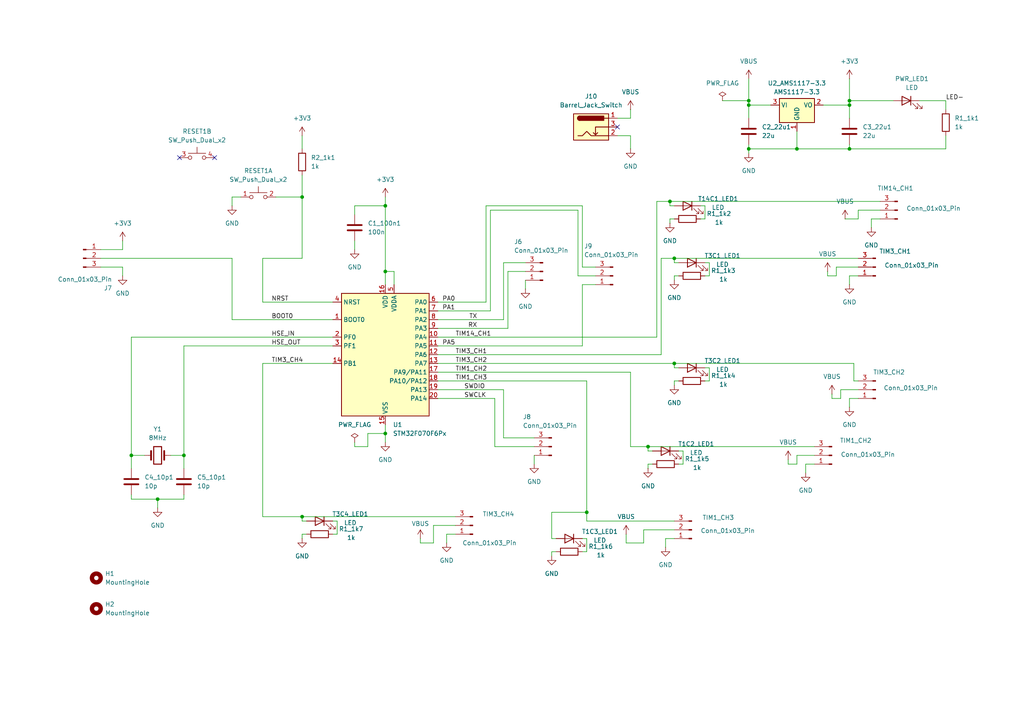
<source format=kicad_sch>
(kicad_sch (version 20231120) (generator "eeschema") (generator_version "8.0")
  (paper "A4")
  (title_block (title "STM32F070F6Px Breakout") (date "2024-11-11"))
  (lib_symbols
    (symbol "Connector:Barrel_Jack_Switch" (pin_names hide)
      (property "Reference" "J" (at 0 5.334 0))
      (property "Value" "Barrel_Jack_Switch" (at 0 -5.08 0))
      (symbol "Barrel_Jack_Switch_0_1"
        (rectangle (start -5.08 3.81) (end 5.08 -3.81) (stroke (width 0.254)) (fill (type background)))
        (arc (start -3.302 3.175) (mid -3.9343 2.54) (end -3.302 1.905) (stroke (width 0.254)))
        (arc (start -3.302 3.175) (mid -3.9343 2.54) (end -3.302 1.905) (stroke (width 0.254)) (fill (type outline)))
        (polyline (pts (xy 1.27 -2.286) (xy 1.905 -1.651)) (stroke (width 0.254)))
        (polyline (pts (xy 5.08 2.54) (xy 3.81 2.54)) (stroke (width 0.254)))
        (polyline (pts (xy 5.08 0) (xy 1.27 0) (xy 1.27 -2.286) (xy 0.635 -1.651)) (stroke (width 0.254)))
        (polyline (pts (xy -3.81 -2.54) (xy -2.54 -2.54) (xy -1.27 -1.27) (xy 0 -2.54) (xy 2.54 -2.54) (xy 5.08 -2.54)) (stroke (width 0.254)))
        (rectangle (start 3.683 3.175) (end -3.302 1.905) (stroke (width 0.254)) (fill (type outline)))
      )
      (symbol "Barrel_Jack_Switch_1_1"
        (pin passive line (at 7.62 2.54 180) (length 2.54) (name "~") (number "1"))
        (pin passive line (at 7.62 -2.54 180) (length 2.54) (name "~") (number "2"))
        (pin passive line (at 7.62 0 180) (length 2.54) (name "~") (number "3"))
      )
    )
    (symbol "Connector:Conn_01x03_Pin" (pin_names (offset 1.016) hide)
      (property "Reference" "J" (at 0 5.08 0))
      (property "Value" "Conn_01x03_Pin" (at 0 -5.08 0))
      (symbol "Conn_01x03_Pin_1_1"
        (polyline (pts (xy 1.27 -2.54) (xy 0.8636 -2.54)) (stroke (width 0.1524)))
        (polyline (pts (xy 1.27 0) (xy 0.8636 0)) (stroke (width 0.1524)))
        (polyline (pts (xy 1.27 2.54) (xy 0.8636 2.54)) (stroke (width 0.1524)))
        (rectangle (start 0.8636 -2.413) (end 0 -2.667) (stroke (width 0.1524)) (fill (type outline)))
        (rectangle (start 0.8636 0.127) (end 0 -0.127) (stroke (width 0.1524)) (fill (type outline)))
        (rectangle (start 0.8636 2.667) (end 0 2.413) (stroke (width 0.1524)) (fill (type outline)))
        (pin passive line (at 5.08 2.54 180) (length 3.81) (name "Pin_1") (number "1"))
        (pin passive line (at 5.08 0 180) (length 3.81) (name "Pin_2") (number "2"))
        (pin passive line (at 5.08 -2.54 180) (length 3.81) (name "Pin_3") (number "3"))
      )
    )
    (symbol "Device:C" (pin_numbers hide) (pin_names (offset 0.254))
      (property "Reference" "C" (at 0.635 2.54 0))
      (property "Value" "C" (at 0.635 -2.54 0))
      (symbol "C_0_1"
        (polyline (pts (xy -2.032 -0.762) (xy 2.032 -0.762)) (stroke (width 0.508)))
        (polyline (pts (xy -2.032 0.762) (xy 2.032 0.762)) (stroke (width 0.508)))
      )
      (symbol "C_1_1"
        (pin passive line (at 0 3.81 270) (length 2.794) (name "~") (number "1"))
        (pin passive line (at 0 -3.81 90) (length 2.794) (name "~") (number "2"))
      )
    )
    (symbol "Device:Crystal" (pin_numbers hide) (pin_names (offset 1.016) hide)
      (property "Reference" "Y" (at 0 3.81 0))
      (property "Value" "Crystal" (at 0 -3.81 0))
      (symbol "Crystal_0_1"
        (rectangle (start -1.143 2.54) (end 1.143 -2.54) (stroke (width 0.3048)))
        (polyline (pts (xy -2.54 0) (xy -1.905 0)))
        (polyline (pts (xy -1.905 -1.27) (xy -1.905 1.27)) (stroke (width 0.508)))
        (polyline (pts (xy 1.905 -1.27) (xy 1.905 1.27)) (stroke (width 0.508)))
        (polyline (pts (xy 2.54 0) (xy 1.905 0)))
      )
      (symbol "Crystal_1_1"
        (pin passive line (at -3.81 0 0) (length 1.27) (name "1") (number "1"))
        (pin passive line (at 3.81 0 180) (length 1.27) (name "2") (number "2"))
      )
    )
    (symbol "Device:LED" (pin_numbers hide) (pin_names (offset 1.016) hide)
      (property "Reference" "D" (at 0 2.54 0))
      (property "Value" "LED" (at 0 -2.54 0))
      (symbol "LED_0_1"
        (polyline (pts (xy -1.27 -1.27) (xy -1.27 1.27)) (stroke (width 0.254)))
        (polyline (pts (xy -1.27 0) (xy 1.27 0)))
        (polyline (pts (xy 1.27 -1.27) (xy 1.27 1.27) (xy -1.27 0) (xy 1.27 -1.27)) (stroke (width 0.254)))
        (polyline (pts (xy -3.048 -0.762) (xy -4.572 -2.286) (xy -3.81 -2.286) (xy -4.572 -2.286) (xy -4.572 -1.524)))
        (polyline (pts (xy -1.778 -0.762) (xy -3.302 -2.286) (xy -2.54 -2.286) (xy -3.302 -2.286) (xy -3.302 -1.524)))
      )
      (symbol "LED_1_1"
        (pin passive line (at -3.81 0 0) (length 2.54) (name "K") (number "1"))
        (pin passive line (at 3.81 0 180) (length 2.54) (name "A") (number "2"))
      )
    )
    (symbol "Device:R" (pin_numbers hide) (pin_names (offset 0))
      (property "Reference" "R" (at 2.032 0 90))
      (property "Value" "R" (at 0 0 90))
      (symbol "R_0_1"
        (rectangle (start -1.016 -2.54) (end 1.016 2.54) (stroke (width 0.254)))
      )
      (symbol "R_1_1"
        (pin passive line (at 0 3.81 270) (length 1.27) (name "~") (number "1"))
        (pin passive line (at 0 -3.81 90) (length 1.27) (name "~") (number "2"))
      )
    )
    (symbol "MCU_ST_STM32F0:STM32F070F6Px"
      (property "Reference" "U" (at -12.7 19.05 0))
      (property "Value" "STM32F070F6Px" (at 5.08 19.05 0))
      (symbol "STM32F070F6Px_0_1"
        (rectangle (start -12.7 -17.78) (end 12.7 17.78) (stroke (width 0.254)) (fill (type background)))
      )
      (symbol "STM32F070F6Px_1_1"
        (pin input line (at -15.24 10.16 0) (length 2.54) (name "BOOT0") (number "1"))
        (pin bidirectional line (at 15.24 5.08 180) (length 2.54) (name "PA4") (number "10"))
        (pin bidirectional line (at 15.24 2.54 180) (length 2.54) (name "PA5") (number "11"))
        (pin bidirectional line (at 15.24 0 180) (length 2.54) (name "PA6") (number "12"))
        (pin bidirectional line (at 15.24 -2.54 180) (length 2.54) (name "PA7") (number "13"))
        (pin bidirectional line (at -15.24 -2.54 0) (length 2.54) (name "PB1") (number "14"))
        (pin power_in line (at 0 -20.32 90) (length 2.54) (name "VSS") (number "15"))
        (pin power_in line (at 0 20.32 270) (length 2.54) (name "VDD") (number "16"))
        (pin bidirectional line (at 15.24 -5.08 180) (length 2.54) (name "PA9/PA11") (number "17"))
        (pin bidirectional line (at 15.24 -7.62 180) (length 2.54) (name "PA10/PA12") (number "18"))
        (pin bidirectional line (at 15.24 -10.16 180) (length 2.54) (name "PA13") (number "19"))
        (pin bidirectional line (at -15.24 5.08 0) (length 2.54) (name "PF0") (number "2"))
        (pin bidirectional line (at 15.24 -12.7 180) (length 2.54) (name "PA14") (number "20"))
        (pin bidirectional line (at -15.24 2.54 0) (length 2.54) (name "PF1") (number "3"))
        (pin input line (at -15.24 15.24 0) (length 2.54) (name "NRST") (number "4"))
        (pin power_in line (at 2.54 20.32 270) (length 2.54) (name "VDDA") (number "5"))
        (pin bidirectional line (at 15.24 15.24 180) (length 2.54) (name "PA0") (number "6"))
        (pin bidirectional line (at 15.24 12.7 180) (length 2.54) (name "PA1") (number "7"))
        (pin bidirectional line (at 15.24 10.16 180) (length 2.54) (name "PA2") (number "8"))
        (pin bidirectional line (at 15.24 7.62 180) (length 2.54) (name "PA3") (number "9"))
      )
    )
    (symbol "Mechanical:MountingHole" (pin_names (offset 1.016)) (exclude_from_sim yes) (in_bom no)
      (property "Reference" "H" (at 0 5.08 0))
      (property "Value" "MountingHole" (at 0 3.175 0))
      (symbol "MountingHole_0_1"
        (circle (center 0 0) (radius 1.27) (stroke (width 1.27)))
      )
    )
    (symbol "Regulator_Linear:AMS1117-3.3"
      (property "Reference" "U" (at -3.81 3.175 0))
      (property "Value" "AMS1117-3.3" (at 0 3.175 0))
      (symbol "AMS1117-3.3_0_1"
        (rectangle (start -5.08 -5.08) (end 5.08 1.905) (stroke (width 0.254)) (fill (type background)))
      )
      (symbol "AMS1117-3.3_1_1"
        (pin power_in line (at 0 -7.62 90) (length 2.54) (name "GND") (number "1"))
        (pin power_out line (at 7.62 0 180) (length 2.54) (name "VO") (number "2"))
        (pin power_in line (at -7.62 0 0) (length 2.54) (name "VI") (number "3"))
      )
    )
    (symbol "Switch:SW_Push_Dual_x2" (pin_names (offset 1.016) hide)
      (property "Reference" "SW" (at 1.27 2.54 0))
      (property "Value" "SW_Push_Dual_x2" (at 0 -1.524 0))
      (symbol "SW_Push_Dual_x2_0_1"
        (circle (center -2.032 0) (radius 0.508))
        (polyline (pts (xy 0 1.27) (xy 0 3.048)))
        (polyline (pts (xy 2.54 1.27) (xy -2.54 1.27)))
        (circle (center 2.032 0) (radius 0.508))
      )
      (symbol "SW_Push_Dual_x2_1_1"
        (pin passive line (at -5.08 0 0) (length 2.54) (name "C") (number "1"))
        (pin passive line (at 5.08 0 180) (length 2.54) (name "D") (number "2"))
      )
      (symbol "SW_Push_Dual_x2_2_1"
        (pin passive line (at -5.08 0 0) (length 2.54) (name "C") (number "3"))
        (pin passive line (at 5.08 0 180) (length 2.54) (name "D") (number "4"))
      )
    )
    (symbol "power:+3V3" (power) (pin_numbers hide) (pin_names (offset 0) hide)
      (property "Value" "+3V3" (at 0 3.556 0))
      (symbol "+3V3_0_1"
        (polyline (pts (xy -0.762 1.27) (xy 0 2.54)))
        (polyline (pts (xy 0 0) (xy 0 2.54)))
        (polyline (pts (xy 0 2.54) (xy 0.762 1.27)))
      )
      (symbol "+3V3_1_1"
        (pin power_in line (at 0 0 90) (length 0) (name "~") (number "1"))
      )
    )
    (symbol "power:GND" (power) (pin_numbers hide) (pin_names (offset 0) hide)
      (property "Value" "GND" (at 0 -3.81 0))
      (symbol "GND_0_1"
        (polyline (pts (xy 0 0) (xy 0 -1.27) (xy 1.27 -1.27) (xy 0 -2.54) (xy -1.27 -1.27) (xy 0 -1.27)))
      )
      (symbol "GND_1_1"
        (pin power_in line (at 0 0 270) (length 0) (name "~") (number "1"))
      )
    )
    (symbol "power:PWR_FLAG" (power) (pin_numbers hide) (pin_names (offset 0) hide)
      (property "Value" "PWR_FLAG" (at 0 3.81 0))
      (symbol "PWR_FLAG_0_0"
        (pin power_out line (at 0 0 90) (length 0) (name "~") (number "1"))
      )
      (symbol "PWR_FLAG_0_1"
        (polyline (pts (xy 0 0) (xy 0 1.27) (xy -1.016 1.905) (xy 0 2.54) (xy 1.016 1.905) (xy 0 1.27)))
      )
    )
    (symbol "power:VBUS" (power) (pin_numbers hide) (pin_names (offset 0) hide)
      (property "Value" "VBUS" (at 0 3.556 0))
      (symbol "VBUS_0_1"
        (polyline (pts (xy -0.762 1.27) (xy 0 2.54)))
        (polyline (pts (xy 0 0) (xy 0 2.54)))
        (polyline (pts (xy 0 2.54) (xy 0.762 1.27)))
      )
      (symbol "VBUS_1_1"
        (pin power_in line (at 0 0 90) (length 0) (name "~") (number "1"))
      )
    )
  )
  (junction (at 194.31 58.42))
  (junction (at 195.58 105.41))
  (junction (at 246.38 30.48))
  (junction (at 45.72 144.78))
  (junction (at 111.76 59.69))
  (junction (at 217.17 30.48))
  (junction (at 87.63 57.15))
  (junction (at 38.1 132.08))
  (junction (at 53.34 132.08))
  (junction (at 217.17 29.21))
  (junction (at 187.96 129.54))
  (junction (at 111.76 78.74))
  (junction (at 87.63 149.86))
  (junction (at 170.18 148.59))
  (junction (at 231.14 43.18))
  (junction (at 246.38 43.18))
  (junction (at 111.76 125.73))
  (junction (at 246.38 29.21))
  (junction (at 195.58 74.93))
  (junction (at 217.17 43.18))
  (no_connect (at 62.23 45.72))
  (no_connect (at 179.07 36.83))
  (no_connect (at 52.07 45.72))
  (wire (pts (xy 53.34 100.33) (xy 96.52 100.33)))
  (wire (pts (xy 170.18 151.13) (xy 195.58 151.13)))
  (wire (pts (xy 127 113.03) (xy 146.05 113.03)))
  (wire (pts (xy 35.56 77.47) (xy 35.56 80.01)))
  (wire (pts (xy 203.2 63.5) (xy 204.47 63.5)))
  (wire (pts (xy 181.61 154.94) (xy 181.61 157.48)))
  (wire (pts (xy 182.88 31.75) (xy 182.88 34.29)))
  (wire (pts (xy 243.84 113.03) (xy 248.92 113.03)))
  (wire (pts (xy 274.32 43.18) (xy 246.38 43.18)))
  (wire (pts (xy 195.58 59.69) (xy 194.31 59.69)))
  (wire (pts (xy 168.91 100.33) (xy 168.91 82.55)))
  (wire (pts (xy 67.31 74.93) (xy 67.31 92.71)))
  (wire (pts (xy 217.17 30.48) (xy 217.17 34.29)))
  (wire (pts (xy 67.31 92.71) (xy 96.52 92.71)))
  (wire (pts (xy 146.05 92.71) (xy 127 92.71)))
  (wire (pts (xy 198.12 130.81) (xy 198.12 134.62)))
  (wire (pts (xy 146.05 127) (xy 154.94 127)))
  (wire (pts (xy 160.02 148.59) (xy 170.18 148.59)))
  (wire (pts (xy 45.72 144.78) (xy 53.34 144.78)))
  (wire (pts (xy 196.85 106.68) (xy 195.58 106.68)))
  (wire (pts (xy 195.58 80.01) (xy 195.58 81.28)))
  (wire (pts (xy 190.5 58.42) (xy 190.5 97.79)))
  (wire (pts (xy 111.76 57.15) (xy 111.76 59.69)))
  (wire (pts (xy 248.92 60.96) (xy 248.92 63.5)))
  (wire (pts (xy 241.3 114.3) (xy 241.3 115.57)))
  (wire (pts (xy 204.47 110.49) (xy 205.74 110.49)))
  (wire (pts (xy 146.05 76.2) (xy 152.4 76.2)))
  (wire (pts (xy 146.05 113.03) (xy 146.05 127)))
  (wire (pts (xy 35.56 72.39) (xy 29.21 72.39)))
  (wire (pts (xy 248.92 63.5) (xy 245.11 63.5)))
  (wire (pts (xy 69.85 57.15) (xy 67.31 57.15)))
  (wire (pts (xy 191.77 102.87) (xy 127 102.87)))
  (wire (pts (xy 161.29 156.21) (xy 160.02 156.21)))
  (wire (pts (xy 76.2 87.63) (xy 76.2 74.93)))
  (wire (pts (xy 45.72 144.78) (xy 45.72 147.32)))
  (wire (pts (xy 111.76 78.74) (xy 111.76 82.55)))
  (wire (pts (xy 87.63 149.86) (xy 132.08 149.86)))
  (wire (pts (xy 246.38 30.48) (xy 238.76 30.48)))
  (wire (pts (xy 147.32 78.74) (xy 152.4 78.74)))
  (wire (pts (xy 111.76 59.69) (xy 111.76 78.74)))
  (wire (pts (xy 106.68 125.73) (xy 111.76 125.73)))
  (wire (pts (xy 193.04 156.21) (xy 193.04 158.75)))
  (wire (pts (xy 76.2 105.41) (xy 76.2 149.86)))
  (wire (pts (xy 87.63 50.8) (xy 87.63 57.15)))
  (wire (pts (xy 247.65 110.49) (xy 248.92 110.49)))
  (wire (pts (xy 252.73 63.5) (xy 252.73 66.04)))
  (wire (pts (xy 111.76 123.19) (xy 111.76 125.73)))
  (wire (pts (xy 35.56 69.85) (xy 35.56 72.39)))
  (wire (pts (xy 209.55 29.21) (xy 217.17 29.21)))
  (wire (pts (xy 160.02 160.02) (xy 160.02 161.29)))
  (wire (pts (xy 233.68 134.62) (xy 233.68 137.16)))
  (wire (pts (xy 38.1 97.79) (xy 96.52 97.79)))
  (wire (pts (xy 187.96 129.54) (xy 236.22 129.54)))
  (wire (pts (xy 146.05 76.2) (xy 146.05 92.71)))
  (wire (pts (xy 87.63 57.15) (xy 80.01 57.15)))
  (wire (pts (xy 248.92 115.57) (xy 246.38 115.57)))
  (wire (pts (xy 127 100.33) (xy 168.91 100.33)))
  (wire (pts (xy 255.27 63.5) (xy 252.73 63.5)))
  (wire (pts (xy 161.29 160.02) (xy 160.02 160.02)))
  (wire (pts (xy 182.88 107.95) (xy 182.88 129.54)))
  (wire (pts (xy 38.1 97.79) (xy 38.1 132.08)))
  (wire (pts (xy 203.2 59.69) (xy 204.47 59.69)))
  (wire (pts (xy 217.17 22.86) (xy 217.17 29.21)))
  (wire (pts (xy 217.17 29.21) (xy 217.17 30.48)))
  (wire (pts (xy 182.88 39.37) (xy 182.88 43.18)))
  (wire (pts (xy 194.31 63.5) (xy 194.31 64.77)))
  (wire (pts (xy 187.96 129.54) (xy 187.96 130.81)))
  (wire (pts (xy 243.84 115.57) (xy 243.84 113.03)))
  (wire (pts (xy 168.91 160.02) (xy 170.18 160.02)))
  (wire (pts (xy 154.94 132.08) (xy 154.94 134.62)))
  (wire (pts (xy 195.58 74.93) (xy 248.92 74.93)))
  (wire (pts (xy 195.58 156.21) (xy 193.04 156.21)))
  (wire (pts (xy 179.07 39.37) (xy 182.88 39.37)))
  (wire (pts (xy 97.79 151.13) (xy 97.79 154.94)))
  (wire (pts (xy 127 110.49) (xy 170.18 110.49)))
  (wire (pts (xy 132.08 154.94) (xy 129.54 154.94)))
  (wire (pts (xy 167.64 80.01) (xy 172.72 80.01)))
  (wire (pts (xy 125.73 157.48) (xy 121.92 157.48)))
  (wire (pts (xy 274.32 29.21) (xy 274.32 31.75)))
  (wire (pts (xy 53.34 144.78) (xy 53.34 143.51)))
  (wire (pts (xy 53.34 100.33) (xy 53.34 132.08)))
  (wire (pts (xy 143.51 129.54) (xy 154.94 129.54)))
  (wire (pts (xy 194.31 58.42) (xy 255.27 58.42)))
  (wire (pts (xy 182.88 129.54) (xy 187.96 129.54)))
  (wire (pts (xy 194.31 58.42) (xy 194.31 59.69)))
  (wire (pts (xy 127 107.95) (xy 182.88 107.95)))
  (wire (pts (xy 127 90.17) (xy 142.24 90.17)))
  (wire (pts (xy 191.77 74.93) (xy 195.58 74.93)))
  (wire (pts (xy 205.74 106.68) (xy 205.74 110.49)))
  (wire (pts (xy 132.08 152.4) (xy 125.73 152.4)))
  (wire (pts (xy 247.65 105.41) (xy 195.58 105.41)))
  (wire (pts (xy 143.51 115.57) (xy 143.51 129.54)))
  (wire (pts (xy 29.21 74.93) (xy 67.31 74.93)))
  (wire (pts (xy 246.38 34.29) (xy 246.38 30.48)))
  (wire (pts (xy 87.63 154.94) (xy 87.63 156.21)))
  (wire (pts (xy 170.18 148.59) (xy 170.18 151.13)))
  (wire (pts (xy 228.6 133.35) (xy 228.6 134.62)))
  (wire (pts (xy 204.47 106.68) (xy 205.74 106.68)))
  (wire (pts (xy 195.58 63.5) (xy 194.31 63.5)))
  (wire (pts (xy 195.58 110.49) (xy 195.58 111.76)))
  (wire (pts (xy 88.9 151.13) (xy 87.63 151.13)))
  (wire (pts (xy 102.87 69.85) (xy 102.87 72.39)))
  (wire (pts (xy 67.31 57.15) (xy 67.31 59.69)))
  (wire (pts (xy 266.7 29.21) (xy 274.32 29.21)))
  (wire (pts (xy 187.96 134.62) (xy 187.96 135.89)))
  (wire (pts (xy 76.2 74.93) (xy 87.63 74.93)))
  (wire (pts (xy 217.17 43.18) (xy 217.17 44.45)))
  (wire (pts (xy 190.5 58.42) (xy 194.31 58.42)))
  (wire (pts (xy 217.17 41.91) (xy 217.17 43.18)))
  (wire (pts (xy 168.91 77.47) (xy 172.72 77.47)))
  (wire (pts (xy 168.91 82.55) (xy 172.72 82.55)))
  (wire (pts (xy 231.14 132.08) (xy 231.14 134.62)))
  (wire (pts (xy 196.85 110.49) (xy 195.58 110.49)))
  (wire (pts (xy 125.73 152.4) (xy 125.73 157.48)))
  (wire (pts (xy 236.22 132.08) (xy 231.14 132.08)))
  (wire (pts (xy 189.23 134.62) (xy 187.96 134.62)))
  (wire (pts (xy 189.23 130.81) (xy 187.96 130.81)))
  (wire (pts (xy 170.18 110.49) (xy 170.18 148.59)))
  (wire (pts (xy 152.4 81.28) (xy 152.4 83.82)))
  (wire (pts (xy 127 87.63) (xy 140.97 87.63)))
  (wire (pts (xy 248.92 80.01) (xy 246.38 80.01)))
  (wire (pts (xy 38.1 144.78) (xy 45.72 144.78)))
  (wire (pts (xy 102.87 129.54) (xy 106.68 129.54)))
  (wire (pts (xy 142.24 90.17) (xy 142.24 60.96)))
  (wire (pts (xy 38.1 132.08) (xy 38.1 135.89)))
  (wire (pts (xy 196.85 130.81) (xy 198.12 130.81)))
  (wire (pts (xy 240.03 80.01) (xy 242.57 80.01)))
  (wire (pts (xy 129.54 154.94) (xy 129.54 157.48)))
  (wire (pts (xy 87.63 149.86) (xy 87.63 151.13)))
  (wire (pts (xy 102.87 128.27) (xy 102.87 129.54)))
  (wire (pts (xy 195.58 74.93) (xy 195.58 76.2)))
  (wire (pts (xy 246.38 29.21) (xy 246.38 30.48)))
  (wire (pts (xy 217.17 43.18) (xy 231.14 43.18)))
  (wire (pts (xy 102.87 62.23) (xy 102.87 59.69)))
  (wire (pts (xy 87.63 39.37) (xy 87.63 43.18)))
  (wire (pts (xy 182.88 34.29) (xy 179.07 34.29)))
  (wire (pts (xy 76.2 87.63) (xy 96.52 87.63)))
  (wire (pts (xy 186.69 153.67) (xy 195.58 153.67)))
  (wire (pts (xy 127 97.79) (xy 190.5 97.79)))
  (wire (pts (xy 246.38 22.86) (xy 246.38 29.21)))
  (wire (pts (xy 38.1 143.51) (xy 38.1 144.78)))
  (wire (pts (xy 106.68 129.54) (xy 106.68 125.73)))
  (wire (pts (xy 274.32 39.37) (xy 274.32 43.18)))
  (wire (pts (xy 231.14 38.1) (xy 231.14 43.18)))
  (wire (pts (xy 29.21 77.47) (xy 35.56 77.47)))
  (wire (pts (xy 246.38 43.18) (xy 246.38 41.91)))
  (wire (pts (xy 87.63 74.93) (xy 87.63 57.15)))
  (wire (pts (xy 76.2 149.86) (xy 87.63 149.86)))
  (wire (pts (xy 147.32 95.25) (xy 127 95.25)))
  (wire (pts (xy 196.85 76.2) (xy 195.58 76.2)))
  (wire (pts (xy 96.52 154.94) (xy 97.79 154.94)))
  (wire (pts (xy 160.02 148.59) (xy 160.02 156.21)))
  (wire (pts (xy 167.64 60.96) (xy 167.64 80.01)))
  (wire (pts (xy 246.38 80.01) (xy 246.38 82.55)))
  (wire (pts (xy 142.24 60.96) (xy 167.64 60.96)))
  (wire (pts (xy 247.65 105.41) (xy 247.65 110.49)))
  (wire (pts (xy 102.87 59.69) (xy 111.76 59.69)))
  (wire (pts (xy 195.58 105.41) (xy 127 105.41)))
  (wire (pts (xy 191.77 74.93) (xy 191.77 102.87)))
  (wire (pts (xy 231.14 134.62) (xy 228.6 134.62)))
  (wire (pts (xy 204.47 80.01) (xy 205.74 80.01)))
  (wire (pts (xy 88.9 154.94) (xy 87.63 154.94)))
  (wire (pts (xy 246.38 29.21) (xy 259.08 29.21)))
  (wire (pts (xy 217.17 30.48) (xy 223.52 30.48)))
  (wire (pts (xy 196.85 134.62) (xy 198.12 134.62)))
  (wire (pts (xy 186.69 157.48) (xy 186.69 153.67)))
  (wire (pts (xy 127 115.57) (xy 143.51 115.57)))
  (wire (pts (xy 121.92 157.48) (xy 121.92 156.21)))
  (wire (pts (xy 195.58 105.41) (xy 195.58 106.68)))
  (wire (pts (xy 196.85 80.01) (xy 195.58 80.01)))
  (wire (pts (xy 147.32 78.74) (xy 147.32 95.25)))
  (wire (pts (xy 168.91 59.69) (xy 168.91 77.47)))
  (wire (pts (xy 111.76 125.73) (xy 111.76 128.27)))
  (wire (pts (xy 240.03 80.01) (xy 240.03 78.74)))
  (wire (pts (xy 114.3 78.74) (xy 111.76 78.74)))
  (wire (pts (xy 41.91 132.08) (xy 38.1 132.08)))
  (wire (pts (xy 204.47 59.69) (xy 204.47 63.5)))
  (wire (pts (xy 242.57 80.01) (xy 242.57 77.47)))
  (wire (pts (xy 140.97 59.69) (xy 168.91 59.69)))
  (wire (pts (xy 140.97 87.63) (xy 140.97 59.69)))
  (wire (pts (xy 53.34 132.08) (xy 53.34 135.89)))
  (wire (pts (xy 255.27 60.96) (xy 248.92 60.96)))
  (wire (pts (xy 231.14 43.18) (xy 246.38 43.18)))
  (wire (pts (xy 242.57 77.47) (xy 248.92 77.47)))
  (wire (pts (xy 114.3 82.55) (xy 114.3 78.74)))
  (wire (pts (xy 205.74 76.2) (xy 205.74 80.01)))
  (wire (pts (xy 236.22 134.62) (xy 233.68 134.62)))
  (wire (pts (xy 168.91 156.21) (xy 170.18 156.21)))
  (wire (pts (xy 241.3 115.57) (xy 243.84 115.57)))
  (wire (pts (xy 204.47 76.2) (xy 205.74 76.2)))
  (wire (pts (xy 76.2 105.41) (xy 96.52 105.41)))
  (wire (pts (xy 170.18 156.21) (xy 170.18 160.02)))
  (wire (pts (xy 49.53 132.08) (xy 53.34 132.08)))
  (wire (pts (xy 246.38 115.57) (xy 246.38 118.11)))
  (wire (pts (xy 96.52 151.13) (xy 97.79 151.13)))
  (wire (pts (xy 181.61 157.48) (xy 186.69 157.48)))
  (label "TIM3_CH2" (at 132.08 105.41 0))
  (label "PA1" (at 128.27 90.17 0))
  (label "TIM3_CH1" (at 132.08 102.87 0))
  (label "LED-" (at 274.32 29.21 0))
  (label "TIM14_CH1" (at 132.08 97.79 0))
  (label "HSE_OUT" (at 78.74 100.33 0))
  (label "TIM1_CH3" (at 132.08 110.49 0))
  (label "BOOT0" (at 78.74 92.71 0))
  (label "RX" (at 138.43 95.25 180))
  (label "TIM1_CH2" (at 132.08 107.95 0))
  (label "NRST" (at 78.74 87.63 0))
  (label "SWDIO" (at 134.62 113.03 0))
  (label "SWCLK" (at 134.62 115.57 0))
  (label "HSE_IN" (at 78.74 97.79 0))
  (label "TIM3_CH4" (at 78.74 105.41 0))
  (label "TX" (at 138.43 92.71 180))
  (label "PA0" (at 128.27 87.63 0))
  (label "PA5" (at 128.27 100.33 0))
  (symbol (lib_id "power:VBUS") (at 121.92 156.21 0) (unit 1)
    (property "Reference" "#PWR018" (effects (hide yes)))
    (property "Value" "VBUS" (at 121.92 151.892 0))
    (property "Description" "Power symbol creates a global label with name \"VBUS\"" (effects (hide yes)))
  )
  (symbol (lib_id "Switch:SW_Push_Dual_x2") (at 74.93 57.15 0) (unit 1)
    (property "Reference" "RESET1" (at 74.93 49.53 0))
    (property "Value" "SW_Push_Dual_x2" (at 74.93 52.07 0))
    (property "Footprint" "Button_Switch_THT:SW_PUSH_6mm" (effects (hide yes)))
    (property "Description" "Push button switch, generic, separate symbols, four pins" (effects (hide yes)))
  )
  (symbol (lib_id "power:VBUS") (at 245.11 63.5 0) (unit 1)
    (property "Reference" "#PWR026" (effects (hide yes)))
    (property "Value" "VBUS" (at 245.11 58.42 0))
    (property "Description" "Power symbol creates a global label with name \"VBUS\"" (effects (hide yes)))
  )
  (symbol (lib_id "Device:LED") (at 193.04 130.81 0) (mirror y) (unit 1)
    (property "Reference" "T1C2_LED1" (at 201.93 128.778 0))
    (property "Value" "LED" (at 201.93 131.318 0))
    (property "Footprint" "LED_SMD:LED_1206_3216Metric_Pad1.42x1.75mm_HandSolder" (effects (hide yes)))
    (property "Description" "Light emitting diode" (effects (hide yes)))
  )
  (symbol (lib_id "Device:LED") (at 200.66 76.2 0) (mirror y) (unit 1)
    (property "Reference" "T3C1_LED1" (at 209.55 74.168 0))
    (property "Value" "LED" (at 209.55 76.708 0))
    (property "Footprint" "LED_SMD:LED_1206_3216Metric_Pad1.42x1.75mm_HandSolder" (effects (hide yes)))
    (property "Description" "Light emitting diode" (effects (hide yes)))
  )
  (symbol (lib_id "Device:C") (at 246.38 38.1 0) (unit 1)
    (property "Reference" "C3_22u1" (at 250.19 36.8299 0) (effects (justify left)))
    (property "Value" "22u" (at 250.19 39.3699 0) (effects (justify left)))
    (property "Footprint" "Capacitor_SMD:C_1206_3216Metric_Pad1.33x1.80mm_HandSolder" (effects (hide yes)))
    (property "Description" "Unpolarized capacitor" (effects (hide yes)))
  )
  (symbol (lib_id "Connector:Conn_01x03_Pin") (at 137.16 152.4 180) (unit 1)
    (property "Reference" "TIM3_CH4" (at 139.954 149.098 0) (effects (justify right)))
    (property "Value" "Conn_01x03_Pin" (at 134.112 157.48 0) (effects (justify right)))
    (property "Footprint" "Connector_PinHeader_2.54mm:PinHeader_1x03_P2.54mm_Vertical" (effects (hide yes)))
    (property "Description" "Generic connector, single row, 01x03, script generated" (effects (hide yes)))
  )
  (symbol (lib_id "Device:R") (at 200.66 80.01 90) (unit 1)
    (property "Reference" "R1_1k3" (at 209.804 78.486 90))
    (property "Value" "1k" (at 209.804 81.026 90))
    (property "Footprint" "Resistor_SMD:R_1206_3216Metric_Pad1.30x1.75mm_HandSolder" (effects (hide yes)))
    (property "Description" "Resistor" (effects (hide yes)))
  )
  (symbol (lib_id "Device:R") (at 165.1 160.02 90) (unit 1)
    (property "Reference" "R1_1k6" (at 174.244 158.496 90))
    (property "Value" "1k" (at 174.244 161.036 90))
    (property "Footprint" "Resistor_SMD:R_1206_3216Metric_Pad1.30x1.75mm_HandSolder" (effects (hide yes)))
    (property "Description" "Resistor" (effects (hide yes)))
  )
  (symbol (lib_id "Device:C") (at 53.34 139.7 0) (unit 1)
    (property "Reference" "C5_10p1" (at 57.15 138.4299 0) (effects (justify left)))
    (property "Value" "10p" (at 57.15 140.9699 0) (effects (justify left)))
    (property "Footprint" "Capacitor_THT:C_Disc_D3.0mm_W1.6mm_P2.50mm" (effects (hide yes)))
    (property "Description" "Unpolarized capacitor" (effects (hide yes)))
  )
  (symbol (lib_id "Connector:Conn_01x03_Pin") (at 254 113.03 180) (unit 1)
    (property "Reference" "TIM3_CH2" (at 253.238 107.95 0) (effects (justify right)))
    (property "Value" "Conn_01x03_Pin" (at 256.286 112.522 0) (effects (justify right)))
    (property "Footprint" "Connector_PinHeader_2.54mm:PinHeader_1x03_P2.54mm_Vertical" (effects (hide yes)))
    (property "Description" "Generic connector, single row, 01x03, script generated" (effects (hide yes)))
  )
  (symbol (lib_id "power:GND") (at 195.58 81.28 0) (unit 1)
    (property "Reference" "#PWR029" (effects (hide yes)))
    (property "Value" "GND" (at 195.58 86.36 0))
    (property "Description" "Power symbol creates a global label with name \"GND\" , ground" (effects (hide yes)))
  )
  (symbol (lib_id "Mechanical:MountingHole") (at 27.94 176.53 0) (unit 1) (exclude_from_sim yes) (in_bom no)
    (property "Reference" "H2" (at 30.48 175.2599 0) (effects (justify left)))
    (property "Value" "MountingHole" (at 30.48 177.7999 0) (effects (justify left)))
    (property "Footprint" "MountingHole:MountingHole_3.2mm_M3" (effects (hide yes)))
    (property "Description" "Mounting Hole without connection" (effects (hide yes)))
  )
  (symbol (lib_id "Connector:Conn_01x03_Pin") (at 177.8 80.01 180) (unit 1)
    (property "Reference" "J9" (at 169.418 71.374 0) (effects (justify right)))
    (property "Value" "Conn_01x03_Pin" (at 169.418 73.914 0) (effects (justify right)))
    (property "Footprint" "Connector_PinHeader_2.54mm:PinHeader_1x03_P2.54mm_Vertical" (effects (hide yes)))
    (property "Description" "Generic connector, single row, 01x03, script generated" (effects (hide yes)))
  )
  (symbol (lib_id "Device:R") (at 199.39 63.5 90) (unit 1)
    (property "Reference" "R1_1k2" (at 208.534 61.976 90))
    (property "Value" "1k" (at 208.534 64.516 90))
    (property "Footprint" "Resistor_SMD:R_1206_3216Metric_Pad1.30x1.75mm_HandSolder" (effects (hide yes)))
    (property "Description" "Resistor" (effects (hide yes)))
  )
  (symbol (lib_id "Connector:Conn_01x03_Pin") (at 160.02 129.54 180) (unit 1)
    (property "Reference" "J8" (at 151.638 120.904 0) (effects (justify right)))
    (property "Value" "Conn_01x03_Pin" (at 151.638 123.444 0) (effects (justify right)))
    (property "Footprint" "Connector_PinHeader_2.54mm:PinHeader_1x03_P2.54mm_Vertical" (effects (hide yes)))
    (property "Description" "Generic connector, single row, 01x03, script generated" (effects (hide yes)))
  )
  (symbol (lib_id "power:VBUS") (at 217.17 22.86 0) (unit 1)
    (property "Reference" "#PWR010" (effects (hide yes)))
    (property "Value" "VBUS" (at 217.17 17.78 0))
    (property "Description" "Power symbol creates a global label with name \"VBUS\"" (effects (hide yes)))
  )
  (symbol (lib_id "power:VBUS") (at 182.88 31.75 0) (unit 1)
    (property "Reference" "#PWR024" (effects (hide yes)))
    (property "Value" "VBUS" (at 182.88 26.67 0))
    (property "Description" "Power symbol creates a global label with name \"VBUS\"" (effects (hide yes)))
  )
  (symbol (lib_id "power:VBUS") (at 241.3 114.3 0) (unit 1)
    (property "Reference" "#PWR015" (effects (hide yes)))
    (property "Value" "VBUS" (at 241.3 109.22 0))
    (property "Description" "Power symbol creates a global label with name \"VBUS\"" (effects (hide yes)))
  )
  (symbol (lib_id "power:VBUS") (at 181.61 154.94 0) (unit 1)
    (property "Reference" "#PWR017" (effects (hide yes)))
    (property "Value" "VBUS" (at 181.61 149.86 0))
    (property "Description" "Power symbol creates a global label with name \"VBUS\"" (effects (hide yes)))
  )
  (symbol (lib_id "power:GND") (at 233.68 137.16 0) (unit 1)
    (property "Reference" "#PWR05" (effects (hide yes)))
    (property "Value" "GND" (at 233.68 142.24 0))
    (property "Description" "Power symbol creates a global label with name \"GND\" , ground" (effects (hide yes)))
  )
  (symbol (lib_id "power:GND") (at 252.73 66.04 0) (unit 1)
    (property "Reference" "#PWR027" (effects (hide yes)))
    (property "Value" "GND" (at 252.73 71.12 0))
    (property "Description" "Power symbol creates a global label with name \"GND\" , ground" (effects (hide yes)))
  )
  (symbol (lib_id "Switch:SW_Push_Dual_x2") (at 57.15 45.72 0) (unit 2)
    (property "Reference" "RESET1" (at 57.15 38.1 0))
    (property "Value" "SW_Push_Dual_x2" (at 57.15 40.64 0))
    (property "Footprint" "Button_Switch_THT:SW_PUSH_6mm" (effects (hide yes)))
    (property "Description" "Push button switch, generic, separate symbols, four pins" (effects (hide yes)))
  )
  (symbol (lib_id "Connector:Conn_01x03_Pin") (at 157.48 78.74 180) (unit 1)
    (property "Reference" "J6" (at 149.098 70.104 0) (effects (justify right)))
    (property "Value" "Conn_01x03_Pin" (at 149.098 72.644 0) (effects (justify right)))
    (property "Footprint" "Connector_PinHeader_2.54mm:PinHeader_1x03_P2.54mm_Vertical" (effects (hide yes)))
    (property "Description" "Generic connector, single row, 01x03, script generated" (effects (hide yes)))
  )
  (symbol (lib_id "power:PWR_FLAG") (at 209.55 29.21 0) (unit 1)
    (property "Reference" "#FLG01" (effects (hide yes)))
    (property "Value" "PWR_FLAG" (at 209.55 24.13 0))
    (property "Description" "Special symbol for telling ERC where power comes from" (effects (hide yes)))
  )
  (symbol (lib_id "Device:LED") (at 200.66 106.68 0) (mirror y) (unit 1)
    (property "Reference" "T3C2_LED1" (at 209.55 104.648 0))
    (property "Value" "LED" (at 209.55 107.188 0))
    (property "Footprint" "LED_SMD:LED_1206_3216Metric_Pad1.42x1.75mm_HandSolder" (effects (hide yes)))
    (property "Description" "Light emitting diode" (effects (hide yes)))
  )
  (symbol (lib_id "MCU_ST_STM32F0:STM32F070F6Px") (at 111.76 102.87 0) (unit 1)
    (property "Reference" "U1" (at 113.9541 123.19 0) (effects (justify left)))
    (property "Value" "STM32F070F6Px" (at 113.9541 125.73 0) (effects (justify left)))
    (property "Footprint" "Package_SO:TSSOP-20_4.4x6.5mm_P0.65mm" (effects (hide yes)))
    (property "Datasheet" "https://www.st.com/resource/en/datasheet/stm32f070f6.pdf" (effects (hide yes)))
    (property "Description" "STMicroelectronics Arm Cortex-M0 MCU, 32KB flash, 6KB RAM, 48 MHz, 2.4-3.6V, 15 GPIO, TSSOP20" (effects (hide yes)))
  )
  (symbol (lib_id "Connector:Barrel_Jack_Switch") (at 171.45 36.83 0) (unit 1)
    (property "Reference" "J10" (at 171.45 27.94 0))
    (property "Value" "Barrel_Jack_Switch" (at 171.45 30.48 0))
    (property "Footprint" "Connector_BarrelJack:BarrelJack_Horizontal" (effects (hide yes)))
    (property "Description" "DC Barrel Jack with an internal switch" (effects (hide yes)))
  )
  (symbol (lib_id "power:GND") (at 182.88 43.18 0) (unit 1)
    (property "Reference" "#PWR025" (effects (hide yes)))
    (property "Value" "GND" (at 182.88 48.26 0))
    (property "Description" "Power symbol creates a global label with name \"GND\" , ground" (effects (hide yes)))
  )
  (symbol (lib_id "Device:LED") (at 262.89 29.21 0) (mirror y) (unit 1)
    (property "Reference" "PWR_LED1" (at 264.4775 22.86 0))
    (property "Value" "LED" (at 264.4775 25.4 0))
    (property "Footprint" "LED_SMD:LED_1206_3216Metric_Pad1.42x1.75mm_HandSolder" (effects (hide yes)))
    (property "Description" "Light emitting diode" (effects (hide yes)))
  )
  (symbol (lib_id "power:GND") (at 111.76 128.27 0) (unit 1)
    (property "Reference" "#PWR01" (effects (hide yes)))
    (property "Value" "GND" (at 111.76 133.35 0))
    (property "Description" "Power symbol creates a global label with name \"GND\" , ground" (effects (hide yes)))
  )
  (symbol (lib_id "Connector:Conn_01x03_Pin") (at 200.66 153.67 180) (unit 1)
    (property "Reference" "TIM1_CH3" (at 203.708 150.114 0) (effects (justify right)))
    (property "Value" "Conn_01x03_Pin" (at 203.2 153.924 0) (effects (justify right)))
    (property "Footprint" "Connector_PinHeader_2.54mm:PinHeader_1x03_P2.54mm_Vertical" (effects (hide yes)))
    (property "Description" "Generic connector, single row, 01x03, script generated" (effects (hide yes)))
  )
  (symbol (lib_id "Device:R") (at 274.32 35.56 0) (unit 1)
    (property "Reference" "R1_1k1" (at 276.86 34.2899 0) (effects (justify left)))
    (property "Value" "1k" (at 276.86 36.8299 0) (effects (justify left)))
    (property "Footprint" "Resistor_SMD:R_1206_3216Metric_Pad1.30x1.75mm_HandSolder" (effects (hide yes)))
    (property "Description" "Resistor" (effects (hide yes)))
  )
  (symbol (lib_id "power:GND") (at 187.96 135.89 0) (unit 1)
    (property "Reference" "#PWR031" (effects (hide yes)))
    (property "Value" "GND" (at 187.96 140.97 0))
    (property "Description" "Power symbol creates a global label with name \"GND\" , ground" (effects (hide yes)))
  )
  (symbol (lib_id "power:GND") (at 193.04 158.75 0) (unit 1)
    (property "Reference" "#PWR08" (effects (hide yes)))
    (property "Value" "GND" (at 193.04 163.83 0))
    (property "Description" "Power symbol creates a global label with name \"GND\" , ground" (effects (hide yes)))
  )
  (symbol (lib_id "Device:LED") (at 165.1 156.21 0) (mirror y) (unit 1)
    (property "Reference" "T1C3_LED1" (at 173.99 154.178 0))
    (property "Value" "LED" (at 173.99 156.718 0))
    (property "Footprint" "LED_SMD:LED_1206_3216Metric_Pad1.42x1.75mm_HandSolder" (effects (hide yes)))
    (property "Description" "Light emitting diode" (effects (hide yes)))
  )
  (symbol (lib_id "power:GND") (at 154.94 134.62 0) (unit 1)
    (property "Reference" "#PWR023" (effects (hide yes)))
    (property "Value" "GND" (at 154.94 139.7 0))
    (property "Description" "Power symbol creates a global label with name \"GND\" , ground" (effects (hide yes)))
  )
  (symbol (lib_id "power:GND") (at 246.38 82.55 0) (unit 1)
    (property "Reference" "#PWR07" (effects (hide yes)))
    (property "Value" "GND" (at 246.38 87.63 0))
    (property "Description" "Power symbol creates a global label with name \"GND\" , ground" (effects (hide yes)))
  )
  (symbol (lib_id "power:PWR_FLAG") (at 102.87 128.27 0) (unit 1)
    (property "Reference" "#FLG02" (effects (hide yes)))
    (property "Value" "PWR_FLAG" (at 102.87 123.19 0))
    (property "Description" "Special symbol for telling ERC where power comes from" (effects (hide yes)))
  )
  (symbol (lib_id "Device:R") (at 87.63 46.99 0) (unit 1)
    (property "Reference" "R2_1k1" (at 90.17 45.7199 0) (effects (justify left)))
    (property "Value" "1k" (at 90.17 48.2599 0) (effects (justify left)))
    (property "Footprint" "Resistor_SMD:R_1206_3216Metric_Pad1.30x1.75mm_HandSolder" (effects (hide yes)))
    (property "Description" "Resistor" (effects (hide yes)))
  )
  (symbol (lib_id "power:+3V3") (at 246.38 22.86 0) (unit 1)
    (property "Reference" "#PWR011" (effects (hide yes)))
    (property "Value" "+3V3" (at 246.38 17.78 0))
    (property "Description" "Power symbol creates a global label with name \"+3V3\"" (effects (hide yes)))
  )
  (symbol (lib_id "Device:R") (at 92.71 154.94 90) (unit 1)
    (property "Reference" "R1_1k7" (at 101.854 153.416 90))
    (property "Value" "1k" (at 101.854 155.956 90))
    (property "Footprint" "Resistor_SMD:R_1206_3216Metric_Pad1.30x1.75mm_HandSolder" (effects (hide yes)))
    (property "Description" "Resistor" (effects (hide yes)))
  )
  (symbol (lib_id "power:GND") (at 160.02 161.29 0) (unit 1)
    (property "Reference" "#PWR032" (effects (hide yes)))
    (property "Value" "GND" (at 160.02 166.37 0))
    (property "Description" "Power symbol creates a global label with name \"GND\" , ground" (effects (hide yes)))
  )
  (symbol (lib_id "Device:C") (at 102.87 66.04 0) (unit 1)
    (property "Reference" "C1_100n1" (at 106.68 64.7699 0) (effects (justify left)))
    (property "Value" "100n" (at 106.68 67.3099 0) (effects (justify left)))
    (property "Footprint" "Capacitor_SMD:C_1206_3216Metric_Pad1.33x1.80mm_HandSolder" (effects (hide yes)))
    (property "Description" "Unpolarized capacitor" (effects (hide yes)))
  )
  (symbol (lib_id "power:GND") (at 246.38 118.11 0) (unit 1)
    (property "Reference" "#PWR06" (effects (hide yes)))
    (property "Value" "GND" (at 246.38 123.19 0))
    (property "Description" "Power symbol creates a global label with name \"GND\" , ground" (effects (hide yes)))
  )
  (symbol (lib_id "power:GND") (at 152.4 83.82 0) (unit 1)
    (property "Reference" "#PWR013" (effects (hide yes)))
    (property "Value" "GND" (at 152.4 88.9 0))
    (property "Description" "Power symbol creates a global label with name \"GND\" , ground" (effects (hide yes)))
  )
  (symbol (lib_id "power:GND") (at 45.72 147.32 0) (unit 1)
    (property "Reference" "#PWR02" (effects (hide yes)))
    (property "Value" "GND" (at 45.72 152.4 0))
    (property "Description" "Power symbol creates a global label with name \"GND\" , ground" (effects (hide yes)))
  )
  (symbol (lib_id "power:GND") (at 217.17 44.45 0) (unit 1)
    (property "Reference" "#PWR012" (effects (hide yes)))
    (property "Value" "GND" (at 217.17 49.53 0))
    (property "Description" "Power symbol creates a global label with name \"GND\" , ground" (effects (hide yes)))
  )
  (symbol (lib_id "Device:C") (at 217.17 38.1 0) (unit 1)
    (property "Reference" "C2_22u1" (at 220.98 36.8299 0) (effects (justify left)))
    (property "Value" "22u" (at 220.98 39.3699 0) (effects (justify left)))
    (property "Footprint" "Capacitor_SMD:C_1206_3216Metric_Pad1.33x1.80mm_HandSolder" (effects (hide yes)))
    (property "Description" "Unpolarized capacitor" (effects (hide yes)))
  )
  (symbol (lib_id "power:VBUS") (at 240.03 78.74 0) (unit 1)
    (property "Reference" "#PWR014" (effects (hide yes)))
    (property "Value" "VBUS" (at 240.03 73.66 0))
    (property "Description" "Power symbol creates a global label with name \"VBUS\"" (effects (hide yes)))
  )
  (symbol (lib_id "Device:R") (at 193.04 134.62 90) (unit 1)
    (property "Reference" "R1_1k5" (at 202.184 133.096 90))
    (property "Value" "1k" (at 202.184 135.636 90))
    (property "Footprint" "Resistor_SMD:R_1206_3216Metric_Pad1.30x1.75mm_HandSolder" (effects (hide yes)))
    (property "Description" "Resistor" (effects (hide yes)))
  )
  (symbol (lib_id "Mechanical:MountingHole") (at 27.94 167.64 0) (unit 1) (exclude_from_sim yes) (in_bom no)
    (property "Reference" "H1" (at 30.48 166.3699 0) (effects (justify left)))
    (property "Value" "MountingHole" (at 30.48 168.9099 0) (effects (justify left)))
    (property "Footprint" "MountingHole:MountingHole_3.2mm_M3" (effects (hide yes)))
    (property "Description" "Mounting Hole without connection" (effects (hide yes)))
  )
  (symbol (lib_id "Connector:Conn_01x03_Pin") (at 254 77.47 180) (unit 1)
    (property "Reference" "TIM3_CH1" (at 255.016 72.898 0) (effects (justify right)))
    (property "Value" "Conn_01x03_Pin" (at 256.54 76.962 0) (effects (justify right)))
    (property "Footprint" "Connector_PinHeader_2.54mm:PinHeader_1x03_P2.54mm_Vertical" (effects (hide yes)))
    (property "Description" "Generic connector, single row, 01x03, script generated" (effects (hide yes)))
  )
  (symbol (lib_id "power:+3V3") (at 87.63 39.37 0) (unit 1)
    (property "Reference" "#PWR021" (effects (hide yes)))
    (property "Value" "+3V3" (at 87.63 34.29 0))
    (property "Description" "Power symbol creates a global label with name \"+3V3\"" (effects (hide yes)))
  )
  (symbol (lib_id "power:GND") (at 35.56 80.01 0) (unit 1)
    (property "Reference" "#PWR019" (effects (hide yes)))
    (property "Value" "GND" (at 35.56 85.09 0))
    (property "Description" "Power symbol creates a global label with name \"GND\" , ground" (effects (hide yes)))
  )
  (symbol (lib_id "power:GND") (at 194.31 64.77 0) (unit 1)
    (property "Reference" "#PWR028" (effects (hide yes)))
    (property "Value" "GND" (at 194.31 69.85 0))
    (property "Description" "Power symbol creates a global label with name \"GND\" , ground" (effects (hide yes)))
  )
  (symbol (lib_id "Regulator_Linear:AMS1117-3.3") (at 231.14 30.48 0) (unit 1)
    (property "Reference" "U2_AMS1117-3.3" (at 231.14 24.13 0))
    (property "Value" "AMS1117-3.3" (at 231.14 26.67 0))
    (property "Footprint" "Package_TO_SOT_SMD:SOT-223-3_TabPin2" (effects (hide yes)))
    (property "Datasheet" "http://www.advanced-monolithic.com/pdf/ds1117.pdf" (effects (hide yes)))
    (property "Description" "1A Low Dropout regulator, positive, 3.3V fixed output, SOT-223" (effects (hide yes)))
  )
  (symbol (lib_id "Device:C") (at 38.1 139.7 0) (unit 1)
    (property "Reference" "C4_10p1" (at 41.91 138.4299 0) (effects (justify left)))
    (property "Value" "10p" (at 41.91 140.9699 0) (effects (justify left)))
    (property "Footprint" "Capacitor_THT:C_Disc_D3.0mm_W1.6mm_P2.50mm" (effects (hide yes)))
    (property "Description" "Unpolarized capacitor" (effects (hide yes)))
  )
  (symbol (lib_id "Connector:Conn_01x03_Pin") (at 24.13 74.93 0) (unit 1)
    (property "Reference" "J7" (at 32.512 83.566 0) (effects (justify right)))
    (property "Value" "Conn_01x03_Pin" (at 32.512 81.026 0) (effects (justify right)))
    (property "Footprint" "Connector_PinHeader_2.54mm:PinHeader_1x03_P2.54mm_Vertical" (effects (hide yes)))
    (property "Description" "Generic connector, single row, 01x03, script generated" (effects (hide yes)))
  )
  (symbol (lib_id "power:GND") (at 102.87 72.39 0) (unit 1)
    (property "Reference" "#PWR04" (effects (hide yes)))
    (property "Value" "GND" (at 102.87 77.47 0))
    (property "Description" "Power symbol creates a global label with name \"GND\" , ground" (effects (hide yes)))
  )
  (symbol (lib_id "power:GND") (at 87.63 156.21 0) (unit 1)
    (property "Reference" "#PWR033" (effects (hide yes)))
    (property "Value" "GND" (at 87.63 161.29 0))
    (property "Description" "Power symbol creates a global label with name \"GND\" , ground" (effects (hide yes)))
  )
  (symbol (lib_id "Device:Crystal") (at 45.72 132.08 180) (unit 1)
    (property "Reference" "Y1" (at 45.72 124.46 0))
    (property "Value" "8MHz" (at 45.72 127 0))
    (property "Footprint" "Crystal:Crystal_HC49-4H_Vertical" (effects (hide yes)))
    (property "Description" "Two pin crystal" (effects (hide yes)))
  )
  (symbol (lib_id "power:GND") (at 67.31 59.69 0) (unit 1)
    (property "Reference" "#PWR022" (effects (hide yes)))
    (property "Value" "GND" (at 67.31 64.77 0))
    (property "Description" "Power symbol creates a global label with name \"GND\" , ground" (effects (hide yes)))
  )
  (symbol (lib_id "power:GND") (at 129.54 157.48 0) (unit 1)
    (property "Reference" "#PWR09" (effects (hide yes)))
    (property "Value" "GND" (at 129.54 162.56 0))
    (property "Description" "Power symbol creates a global label with name \"GND\" , ground" (effects (hide yes)))
  )
  (symbol (lib_id "power:+3V3") (at 111.76 57.15 0) (unit 1)
    (property "Reference" "#PWR03" (effects (hide yes)))
    (property "Value" "+3V3" (at 111.76 52.07 0))
    (property "Description" "Power symbol creates a global label with name \"+3V3\"" (effects (hide yes)))
  )
  (symbol (lib_id "Device:LED") (at 92.71 151.13 0) (mirror y) (unit 1)
    (property "Reference" "T3C4_LED1" (at 101.6 149.098 0))
    (property "Value" "LED" (at 101.6 151.638 0))
    (property "Footprint" "LED_SMD:LED_1206_3216Metric_Pad1.42x1.75mm_HandSolder" (effects (hide yes)))
    (property "Description" "Light emitting diode" (effects (hide yes)))
  )
  (symbol (lib_id "power:VBUS") (at 228.6 133.35 0) (unit 1)
    (property "Reference" "#PWR016" (effects (hide yes)))
    (property "Value" "VBUS" (at 228.6 128.27 0))
    (property "Description" "Power symbol creates a global label with name \"VBUS\"" (effects (hide yes)))
  )
  (symbol (lib_id "power:GND") (at 195.58 111.76 0) (unit 1)
    (property "Reference" "#PWR030" (effects (hide yes)))
    (property "Value" "GND" (at 195.58 116.84 0))
    (property "Description" "Power symbol creates a global label with name \"GND\" , ground" (effects (hide yes)))
  )
  (symbol (lib_id "Device:LED") (at 199.39 59.69 0) (mirror y) (unit 1)
    (property "Reference" "T14C1_LED1" (at 208.28 57.658 0))
    (property "Value" "LED" (at 208.28 60.198 0))
    (property "Footprint" "LED_SMD:LED_1206_3216Metric_Pad1.42x1.75mm_HandSolder" (effects (hide yes)))
    (property "Description" "Light emitting diode" (effects (hide yes)))
  )
  (symbol (lib_id "Connector:Conn_01x03_Pin") (at 241.3 132.08 180) (unit 1)
    (property "Reference" "TIM1_CH2" (at 243.586 127.762 0) (effects (justify right)))
    (property "Value" "Conn_01x03_Pin" (at 243.84 131.826 0) (effects (justify right)))
    (property "Footprint" "Connector_PinHeader_2.54mm:PinHeader_1x03_P2.54mm_Vertical" (effects (hide yes)))
    (property "Description" "Generic connector, single row, 01x03, script generated" (effects (hide yes)))
  )
  (symbol (lib_id "power:+3V3") (at 35.56 69.85 0) (unit 1)
    (property "Reference" "#PWR020" (effects (hide yes)))
    (property "Value" "+3V3" (at 35.56 64.77 0))
    (property "Description" "Power symbol creates a global label with name \"+3V3\"" (effects (hide yes)))
  )
  (symbol (lib_id "Connector:Conn_01x03_Pin") (at 260.35 60.96 180) (unit 1)
    (property "Reference" "TIM14_CH1" (at 254.508 54.61 0) (effects (justify right)))
    (property "Value" "Conn_01x03_Pin" (at 262.89 60.452 0) (effects (justify right)))
    (property "Footprint" "Connector_PinHeader_2.54mm:PinHeader_1x03_P2.54mm_Vertical" (effects (hide yes)))
    (property "Description" "Generic connector, single row, 01x03, script generated" (effects (hide yes)))
  )
  (symbol (lib_id "Device:R") (at 200.66 110.49 90) (unit 1)
    (property "Reference" "R1_1k4" (at 209.804 108.966 90))
    (property "Value" "1k" (at 209.804 111.506 90))
    (property "Footprint" "Resistor_SMD:R_1206_3216Metric_Pad1.30x1.75mm_HandSolder" (effects (hide yes)))
    (property "Description" "Resistor" (effects (hide yes)))
  )
)
</source>
